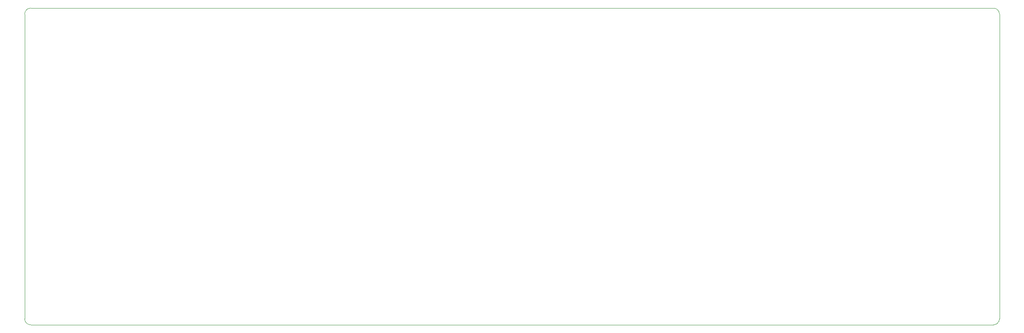
<source format=gbr>
%TF.GenerationSoftware,KiCad,Pcbnew,7.0.6*%
%TF.CreationDate,2023-07-08T12:11:32+08:00*%
%TF.ProjectId,DigitalProtoBoard,44696769-7461-46c5-9072-6f746f426f61,rev?*%
%TF.SameCoordinates,Original*%
%TF.FileFunction,Profile,NP*%
%FSLAX46Y46*%
G04 Gerber Fmt 4.6, Leading zero omitted, Abs format (unit mm)*
G04 Created by KiCad (PCBNEW 7.0.6) date 2023-07-08 12:11:32*
%MOMM*%
%LPD*%
G01*
G04 APERTURE LIST*
%TA.AperFunction,Profile*%
%ADD10C,0.100000*%
%TD*%
G04 APERTURE END LIST*
D10*
X257810000Y-68580000D02*
G75*
G03*
X256540000Y-67310000I-1270000J0D01*
G01*
X54610000Y-68580000D02*
X54610000Y-132080000D01*
X257810000Y-132080000D02*
X257810000Y-68580000D01*
X54610000Y-132080000D02*
G75*
G03*
X55880000Y-133350000I1270000J0D01*
G01*
X55880000Y-133350000D02*
X256540000Y-133350000D01*
X256540000Y-133350000D02*
G75*
G03*
X257810000Y-132080000I0J1270000D01*
G01*
X256540000Y-67310000D02*
X55880000Y-67310000D01*
X55880000Y-67310000D02*
G75*
G03*
X54610000Y-68580000I0J-1270000D01*
G01*
M02*

</source>
